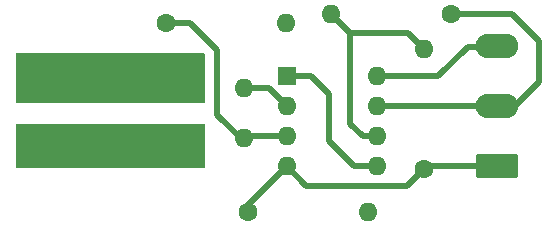
<source format=gbr>
%TF.GenerationSoftware,KiCad,Pcbnew,8.99.0-unknown-5d7942a45f~181~ubuntu24.04.1*%
%TF.CreationDate,2024-12-03T15:17:09+01:00*%
%TF.ProjectId,she_diffVerst,7368655f-6469-4666-9656-657273742e6b,rev?*%
%TF.SameCoordinates,Original*%
%TF.FileFunction,Copper,L2,Bot*%
%TF.FilePolarity,Positive*%
%FSLAX46Y46*%
G04 Gerber Fmt 4.6, Leading zero omitted, Abs format (unit mm)*
G04 Created by KiCad (PCBNEW 8.99.0-unknown-5d7942a45f~181~ubuntu24.04.1) date 2024-12-03 15:17:09*
%MOMM*%
%LPD*%
G01*
G04 APERTURE LIST*
G04 Aperture macros list*
%AMRoundRect*
0 Rectangle with rounded corners*
0 $1 Rounding radius*
0 $2 $3 $4 $5 $6 $7 $8 $9 X,Y pos of 4 corners*
0 Add a 4 corners polygon primitive as box body*
4,1,4,$2,$3,$4,$5,$6,$7,$8,$9,$2,$3,0*
0 Add four circle primitives for the rounded corners*
1,1,$1+$1,$2,$3*
1,1,$1+$1,$4,$5*
1,1,$1+$1,$6,$7*
1,1,$1+$1,$8,$9*
0 Add four rect primitives between the rounded corners*
20,1,$1+$1,$2,$3,$4,$5,0*
20,1,$1+$1,$4,$5,$6,$7,0*
20,1,$1+$1,$6,$7,$8,$9,0*
20,1,$1+$1,$8,$9,$2,$3,0*%
G04 Aperture macros list end*
%TA.AperFunction,ComponentPad*%
%ADD10O,3.600000X2.080000*%
%TD*%
%TA.AperFunction,ComponentPad*%
%ADD11RoundRect,0.249999X1.550001X-0.790001X1.550001X0.790001X-1.550001X0.790001X-1.550001X-0.790001X0*%
%TD*%
%TA.AperFunction,ComponentPad*%
%ADD12O,1.600000X1.600000*%
%TD*%
%TA.AperFunction,ComponentPad*%
%ADD13R,1.600000X1.600000*%
%TD*%
%TA.AperFunction,ComponentPad*%
%ADD14RoundRect,0.249999X-1.550001X0.790001X-1.550001X-0.790001X1.550001X-0.790001X1.550001X0.790001X0*%
%TD*%
%TA.AperFunction,ComponentPad*%
%ADD15C,1.600000*%
%TD*%
%TA.AperFunction,SMDPad,CuDef*%
%ADD16RoundRect,0.249999X-1.425001X0.450001X-1.425001X-0.450001X1.425001X-0.450001X1.425001X0.450001X0*%
%TD*%
%TA.AperFunction,Conductor*%
%ADD17C,0.500000*%
%TD*%
G04 APERTURE END LIST*
D10*
%TO.P,J2,3,Pin_3*%
%TO.N,VSS*%
X163972500Y-106920000D03*
%TO.P,J2,2,Pin_2*%
%TO.N,U_opv1*%
X163972500Y-112000000D03*
D11*
%TO.P,J2,1,Pin_1*%
%TO.N,GND*%
X163972500Y-117080000D03*
%TD*%
D12*
%TO.P,U1,8,V+*%
%TO.N,VSS*%
X153810000Y-109500000D03*
%TO.P,U1,7*%
%TO.N,U_opv1*%
X153810000Y-112040000D03*
%TO.P,U1,6,-*%
%TO.N,Net-(U1B--)*%
X153810000Y-114580000D03*
%TO.P,U1,5,+*%
%TO.N,U_opv2*%
X153810000Y-117120000D03*
%TO.P,U1,4,V-*%
%TO.N,GND*%
X146190000Y-117120000D03*
%TO.P,U1,3,+*%
%TO.N,Net-(U1A-+)*%
X146190000Y-114580000D03*
%TO.P,U1,2,-*%
%TO.N,Net-(U1A--)*%
X146190000Y-112040000D03*
D13*
%TO.P,U1,1*%
%TO.N,U_opv2*%
X146190000Y-109500000D03*
%TD*%
D14*
%TO.P,J1,1,Pin_1*%
%TO.N,Net-(J1-Pin_1)*%
X126277500Y-109960000D03*
D10*
%TO.P,J1,2,Pin_2*%
%TO.N,Net-(J1-Pin_2)*%
X126277500Y-115040000D03*
%TD*%
D12*
%TO.P,R4,2*%
%TO.N,Net-(U1A--)*%
X153080000Y-121000000D03*
D15*
%TO.P,R4,1*%
%TO.N,GND*%
X142920000Y-121000000D03*
%TD*%
D16*
%TO.P,Rs1,1*%
%TO.N,Net-(J1-Pin_1)*%
X136500000Y-109700000D03*
%TO.P,Rs1,2*%
%TO.N,Net-(J1-Pin_2)*%
X136500000Y-115800000D03*
%TD*%
D15*
%TO.P,R6,1*%
%TO.N,U_opv1*%
X160080000Y-104250000D03*
D12*
%TO.P,R6,2*%
%TO.N,Net-(U1B--)*%
X149920000Y-104250000D03*
%TD*%
D15*
%TO.P,R5,1*%
%TO.N,GND*%
X157750000Y-117330000D03*
D12*
%TO.P,R5,2*%
%TO.N,Net-(U1B--)*%
X157750000Y-107170000D03*
%TD*%
D15*
%TO.P,R3,1*%
%TO.N,Net-(J1-Pin_1)*%
X132420000Y-110500000D03*
D12*
%TO.P,R3,2*%
%TO.N,Net-(U1A--)*%
X142580000Y-110500000D03*
%TD*%
D15*
%TO.P,R2,1*%
%TO.N,Net-(U1A-+)*%
X135920000Y-105000000D03*
D12*
%TO.P,R2,2*%
%TO.N,U_opv2*%
X146080000Y-105000000D03*
%TD*%
D15*
%TO.P,R1,1*%
%TO.N,Net-(J1-Pin_2)*%
X132420000Y-114750000D03*
D12*
%TO.P,R1,2*%
%TO.N,Net-(U1A-+)*%
X142580000Y-114750000D03*
%TD*%
D17*
%TO.N,Net-(U1A-+)*%
X142580000Y-114750000D02*
X142250000Y-114750000D01*
X142250000Y-114750000D02*
X140250000Y-112750000D01*
X146190000Y-114580000D02*
X142750000Y-114580000D01*
X142750000Y-114580000D02*
X142580000Y-114750000D01*
X140250000Y-107250000D02*
X138000000Y-105000000D01*
X140250000Y-112750000D02*
X140250000Y-107250000D01*
X138000000Y-105000000D02*
X135920000Y-105000000D01*
X146080000Y-114580000D02*
X146000000Y-114500000D01*
X146190000Y-114580000D02*
X146080000Y-114580000D01*
%TO.N,Net-(U1A--)*%
X142580000Y-110500000D02*
X144650000Y-110500000D01*
X144650000Y-110500000D02*
X146190000Y-112040000D01*
%TO.N,U_opv2*%
X153810000Y-117120000D02*
X151870000Y-117120000D01*
X151870000Y-117120000D02*
X149750000Y-115000000D01*
X149750000Y-115000000D02*
X149750000Y-111000000D01*
X149750000Y-111000000D02*
X148250000Y-109500000D01*
X148250000Y-109500000D02*
X146190000Y-109500000D01*
%TO.N,GND*%
X142920000Y-121000000D02*
X142920000Y-120390000D01*
X142920000Y-120390000D02*
X146190000Y-117120000D01*
X157750000Y-117330000D02*
X156330000Y-118750000D01*
X156330000Y-118750000D02*
X147820000Y-118750000D01*
X147820000Y-118750000D02*
X146190000Y-117120000D01*
X163972500Y-117080000D02*
X158000000Y-117080000D01*
X158000000Y-117080000D02*
X157750000Y-117330000D01*
%TO.N,Net-(U1B--)*%
X151500000Y-105830000D02*
X156410000Y-105830000D01*
X156410000Y-105830000D02*
X157750000Y-107170000D01*
X149920000Y-104250000D02*
X151500000Y-105830000D01*
X153810000Y-114580000D02*
X152580000Y-114580000D01*
X152580000Y-114580000D02*
X151500000Y-113500000D01*
X151500000Y-113500000D02*
X151500000Y-105830000D01*
%TO.N,U_opv1*%
X163972500Y-112000000D02*
X165500000Y-112000000D01*
X165500000Y-112000000D02*
X167500000Y-110000000D01*
X167500000Y-110000000D02*
X167500000Y-106500000D01*
X167500000Y-106500000D02*
X165250000Y-104250000D01*
X165250000Y-104250000D02*
X160080000Y-104250000D01*
X153810000Y-112040000D02*
X163932500Y-112040000D01*
X163932500Y-112040000D02*
X163972500Y-112000000D01*
%TO.N,VSS*%
X163892500Y-107000000D02*
X161500000Y-107000000D01*
X163972500Y-106920000D02*
X163892500Y-107000000D01*
X161500000Y-107000000D02*
X159000000Y-109500000D01*
X159000000Y-109500000D02*
X153810000Y-109500000D01*
%TD*%
%TA.AperFunction,Conductor*%
%TO.N,Net-(J1-Pin_1)*%
G36*
X139193039Y-107519685D02*
G01*
X139238794Y-107572489D01*
X139250000Y-107624000D01*
X139250000Y-111626000D01*
X139230315Y-111693039D01*
X139177511Y-111738794D01*
X139126000Y-111750000D01*
X123374000Y-111750000D01*
X123306961Y-111730315D01*
X123261206Y-111677511D01*
X123250000Y-111626000D01*
X123250000Y-107624000D01*
X123269685Y-107556961D01*
X123322489Y-107511206D01*
X123374000Y-107500000D01*
X139126000Y-107500000D01*
X139193039Y-107519685D01*
G37*
%TD.AperFunction*%
%TD*%
%TA.AperFunction,Conductor*%
%TO.N,Net-(J1-Pin_2)*%
G36*
X139193039Y-113519685D02*
G01*
X139238794Y-113572489D01*
X139250000Y-113624000D01*
X139250000Y-117126000D01*
X139230315Y-117193039D01*
X139177511Y-117238794D01*
X139126000Y-117250000D01*
X123374000Y-117250000D01*
X123306961Y-117230315D01*
X123261206Y-117177511D01*
X123250000Y-117126000D01*
X123250000Y-113624000D01*
X123269685Y-113556961D01*
X123322489Y-113511206D01*
X123374000Y-113500000D01*
X139126000Y-113500000D01*
X139193039Y-113519685D01*
G37*
%TD.AperFunction*%
%TD*%
M02*

</source>
